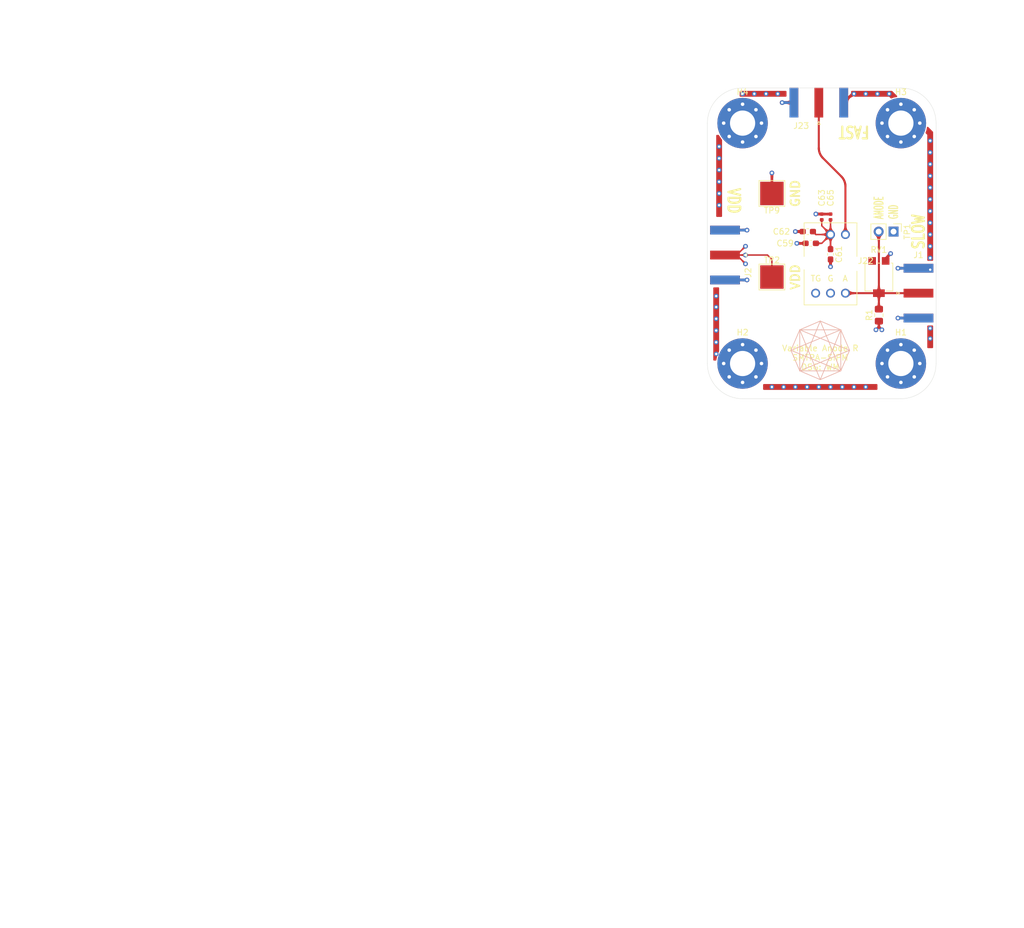
<source format=kicad_pcb>
(kicad_pcb (version 20211014) (generator pcbnew)
  (layers (0 "F.Cu" signal) (1 "In1.Cu" signal) (2 "In2.Cu" signal) (31 "B.Cu" signal) (34 "B.Paste" user) (35 "F.Paste" user) (36 "B.SilkS" user "B.Silkscreen") (37 "F.SilkS" user "F.Silkscreen") (38 "B.Mask" user) (39 "F.Mask" user) (44 "Edge.Cuts" user))
  (net 0 "")
  (net 1 "GND")
  (net 2 "/VDC_30")
  (net 3 "/Fast_30")
  (net 4 "Net-(J1-Pad1)")
  (net 5 "Net-(RV1-Pad3)")
  (footprint "MountingHole:MountingHole_4.3mm_M4_Pad_Via" (layer "F.Cu") (at 194 56)
    (fp_text reference "H3")
    (fp_text value "MountingHole")
  )
  (footprint "MountingHole:MountingHole_4.3mm_M4_Pad_Via" (layer "F.Cu") (at 167 56)
    (fp_text reference "H4")
    (fp_text value "MountingHole")
  )
  (footprint "Connector_Coaxial:SMA_Amphenol_132289_EdgeMount" (layer "F.Cu") (at 180 52.5 90)
    (fp_text reference "J23")
    (fp_text value "Conn_Coaxial")
  )
  (footprint "Connector_Coaxial:SMA_Amphenol_132289_EdgeMount" (layer "F.Cu") (at 197 85)
    (fp_text reference "J1")
    (fp_text value "Conn_Coaxial")
  )
  (footprint "Connector_Coaxial:SMA_Amphenol_132289_EdgeMount" (layer "F.Cu") (at 164 78.5 180)
    (fp_text reference "J2")
    (fp_text value "Conn_Coaxial")
  )
  (footprint "Potentiometer_SMD:Potentiometer_Bourns_3314G_Vertical" (layer "F.Cu") (at 190.25 82.25)
    (fp_text reference "RV1")
    (fp_text value "3314G-2-101E")
  )
  (footprint "Capacitor_SMD:C_0603_1608Metric_Pad1.05x0.95mm_HandSolder" (layer "F.Cu") (at 178.625 76.5 180)
    (fp_text reference "C59")
    (fp_text value "100n")
  )
  (footprint "Capacitor_SMD:C_0603_1608Metric_Pad1.05x0.95mm_HandSolder" (layer "F.Cu") (at 182 78.375 -90)
    (fp_text reference "C61")
    (fp_text value "10n")
  )
  (footprint "Capacitor_SMD:C_0603_1608Metric_Pad1.05x0.95mm_HandSolder" (layer "F.Cu") (at 178.125 74.5 180)
    (fp_text reference "C62")
    (fp_text value "1n")
  )
  (footprint "Capacitor_SMD:C_0402_1005Metric" (layer "F.Cu") (at 180.5 72 90)
    (fp_text reference "C63")
    (fp_text value "100p")
  )
  (footprint "Capacitor_SMD:C_0402_1005Metric" (layer "F.Cu") (at 182 72 90)
    (fp_text reference "C65")
    (fp_text value "10p")
  )
  (footprint "footprints:SMTPA J30035" (layer "F.Cu") (at 182 80)
    (fp_text reference "J22")
    (fp_text value "J SMTPA" hide)
  )
  (footprint "TestPoint:TestPoint_Pad_4.0x4.0mm" (layer "F.Cu") (at 172 68 180)
    (fp_text reference "TP9")
    (fp_text value "TestPoint")
  )
  (footprint "Connector_PinHeader_2.54mm:PinHeader_1x02_P2.54mm_Vertical" (layer "F.Cu") (at 192.75 74.5 -90)
    (fp_text reference "TP1")
    (fp_text value "TestPoint_2Pole")
  )
  (footprint "Resistor_SMD:R_0805_2012Metric_Pad1.15x1.40mm_HandSolder" (layer "F.Cu") (at 190.25 88.75 90)
    (fp_text reference "R1")
    (fp_text value "R")
  )
  (footprint "TestPoint:TestPoint_Pad_4.0x4.0mm" (layer "F.Cu") (at 172 82.25)
    (fp_text reference "TP2")
    (fp_text value "TestPoint")
  )
  (footprint "MountingHole:MountingHole_4.3mm_M4_Pad_Via" (layer "F.Cu") (at 194 97)
    (fp_text reference "H1")
    (fp_text value "MountingHole")
  )
  (footprint "MountingHole:MountingHole_4.3mm_M4_Pad_Via" (layer "F.Cu") (at 167 97)
    (fp_text reference "H2")
    (fp_text value "MountingHole")
  )
  (gr_line (start 183.75 91.25) (end 176.75 91.25) (layer "B.SilkS") (width 0.12))
  (gr_line (start 176.75 98.25) (end 176.75 91.25) (layer "B.SilkS") (width 0.12))
  (gr_line (start 176.75 98.25) (end 183.75 98.25) (layer "B.SilkS") (width 0.12))
  (gr_line (start 180.25 99.75) (end 176.75 98.25) (layer "B.SilkS") (width 0.12))
  (gr_line (start 175.25 94.75) (end 176.75 98.25) (layer "B.SilkS") (width 0.12))
  (gr_line (start 176.75 91.25) (end 175.25 94.75) (layer "B.SilkS") (width 0.12))
  (gr_line (start 176.75 91.25) (end 180.25 89.75) (layer "B.SilkS") (width 0.12))
  (gr_line (start 180.25 89.75) (end 183.75 91.25) (layer "B.SilkS") (width 0.12))
  (gr_line (start 183.75 91.25) (end 185.25 94.75) (layer "B.SilkS") (width 0.12))
  (gr_line (start 185.25 94.75) (end 183.75 98.25) (layer "B.SilkS") (width 0.12))
  (gr_line (start 183.75 98.25) (end 180.25 99.75) (layer "B.SilkS") (width 0.12))
  (gr_line (start 180.25 99.75) (end 183.75 91.25) (layer "B.SilkS") (width 0.12))
  (gr_line (start 180.25 99.75) (end 176.75 91.25) (layer "B.SilkS") (width 0.12))
  (gr_line (start 176.75 98.25) (end 180.25 89.75) (layer "B.SilkS") (width 0.12))
  (gr_line (start 180.25 89.75) (end 183.75 98.25) (layer "B.SilkS") (width 0.12))
  (gr_line (start 185.25 94.75) (end 176.75 91.25) (layer "B.SilkS") (width 0.12))
  (gr_line (start 176.75 98.25) (end 185.25 94.75) (layer "B.SilkS") (width 0.12))
  (gr_line (start 175.25 94.75) (end 183.75 98.25) (layer "B.SilkS") (width 0.12))
  (gr_line (start 175.25 94.75) (end 183.75 91.25) (layer "B.SilkS") (width 0.12))
  (gr_line (start 183.75 98.25) (end 183.75 91.25) (layer "B.SilkS") (width 0.12))
  (gr_line (start 200 97) (end 200 56) (layer "Edge.Cuts") (width 0.05))
  (gr_line (start 161 97) (end 161 56) (layer "Edge.Cuts") (width 0.05))
  (gr_arc (start 200 97) (mid 198.242641 101.242641) (end 194 103) (layer "Edge.Cuts") (width 0.05))
  (gr_arc (start 167 103) (mid 162.757359 101.242641) (end 161 97) (layer "Edge.Cuts") (width 0.05))
  (gr_line (start 194 50) (end 167 50) (layer "Edge.Cuts") (width 0.05))
  (gr_arc (start 161 56) (mid 162.757359 51.757359) (end 167 50) (layer "Edge.Cuts") (width 0.05))
  (gr_line (start 167 103) (end 194 103) (layer "Edge.Cuts") (width 0.05))
  (gr_arc (start 194 50) (mid 198.242641 51.757359) (end 200 56) (layer "Edge.Cuts") (width 0.05))
  (gr_text "VDD" (at 165.5 69.25 270) (layer "F.SilkS") (effects (font (size 2 1.5) (thickness 0.375))))
  (gr_text "VDD" (at 176 82.25 90) (layer "F.SilkS") (effects (font (size 1.5 1.5) (thickness 0.3))))
  (gr_text "GND" (at 192.75 72.5 90) (layer "F.SilkS") (effects (font (size 1.5 0.8) (thickness 0.2)) (justify left)))
  (gr_text "ANODE" (at 190.25 72.5 90) (layer "F.SilkS") (effects (font (size 1.5 0.8) (thickness 0.2)) (justify left)))
  (gr_text "GND" (at 176 68 90) (layer "F.SilkS") (effects (font (size 1.5 1.5) (thickness 0.3))))
  (gr_text "SLOW" (at 197 74.5 90) (layer "F.SilkS") (effects (font (size 2 1.5) (thickness 0.375))))
  (gr_text "Variable Anode R\nSMTPA-SiPM\nDSG: WM" (at 180.25 96) (layer "F.SilkS") (effects (font (size 1 1))))
  (gr_text "FAST" (at 186 57.5 180) (layer "F.SilkS") (effects (font (size 2 1.5) (thickness 0.375))))
  (segment (start 177.75 76.5) (end 176.25 76.5) (width 0.45) (layer "F.Cu") (net 1))
  (segment (start 172 68) (end 172 64.5) (width 0.45) (layer "F.Cu") (net 1))
  (segment (start 190.25 90.75) (end 190.75 91.25) (width 0.45) (layer "F.Cu") (net 1))
  (segment (start 197 80.75) (end 193.5 80.75) (width 0.45) (layer "F.Cu") (net 1))
  (segment (start 164 82.75) (end 167.75 82.75) (width 0.45) (layer "F.Cu") (net 1))
  (segment (start 190.25 90.75) (end 189.75 91.25) (width 0.45) (layer "F.Cu") (net 1))
  (segment (start 182 79.25) (end 182 80.5) (width 0.45) (layer "F.Cu") (net 1))
  (segment (start 193.5 89.25) (end 197 89.25) (width 0.45) (layer "F.Cu") (net 1))
  (segment (start 186 51) (end 185.75 51) (width 0.45) (layer "F.Cu") (net 1))
  (segment (start 179.515 71.515) (end 179.5 71.5) (width 0.45) (layer "F.Cu") (net 1))
  (segment (start 191.4 79.1) (end 192.25 78.25) (width 0.45) (layer "F.Cu") (net 1))
  (segment (start 182 71.515) (end 180.5 71.515) (width 0.45) (layer "F.Cu") (net 1))
  (segment (start 167.75 74.25) (end 164 74.25) (width 0.45) (layer "F.Cu") (net 1))
  (segment (start 175.75 52.5) (end 173.75 52.5) (width 0.45) (layer "F.Cu") (net 1))
  (segment (start 177.25 74.5) (end 176 74.5) (width 0.45) (layer "F.Cu") (net 1))
  (segment (start 185.75 51) (end 184.25 52.5) (width 0.45) (layer "F.Cu") (net 1))
  (segment (start 190.25 89.775) (end 190.25 90.75) (width 0.45) (layer "F.Cu") (net 1))
  (segment (start 180.5 71.515) (end 179.515 71.515) (width 0.45) (layer "F.Cu") (net 1))
  (segment (start 191.4 79.5) (end 191.4 79.1) (width 0.45) (layer "F.Cu") (net 1))
  (via (at 162.5 91.37) (size 0.8) (drill 0.4) (layers "F.Cu" "B.Cu") (net 1))
  (via (at 162.5 95.37) (size 0.8) (drill 0.4) (layers "F.Cu" "B.Cu") (net 1))
  (via (at 162.5 93.37) (size 0.8) (drill 0.4) (layers "F.Cu" "B.Cu") (net 1))
  (via (at 162.5 85.5) (size 0.8) (drill 0.4) (layers "F.Cu" "B.Cu") (net 1))
  (via (at 162.5 89.37) (size 0.8) (drill 0.4) (layers "F.Cu" "B.Cu") (net 1))
  (via (at 162.5 87.37) (size 0.8) (drill 0.4) (layers "F.Cu" "B.Cu") (net 1))
  (via (at 199 75) (size 0.8) (drill 0.4) (layers "F.Cu" "B.Cu") (net 1))
  (via (at 199 77) (size 0.8) (drill 0.4) (layers "F.Cu" "B.Cu") (net 1))
  (via (at 199 79) (size 0.8) (drill 0.4) (layers "F.Cu" "B.Cu") (net 1))
  (via (at 199 73) (size 0.8) (drill 0.4) (layers "F.Cu" "B.Cu") (net 1))
  (via (at 199 61) (size 0.8) (drill 0.4) (layers "F.Cu" "B.Cu") (net 1))
  (via (at 199 59) (size 0.8) (drill 0.4) (layers "F.Cu" "B.Cu") (net 1))
  (via (at 190 51) (size 0.8) (drill 0.4) (layers "F.Cu" "B.Cu") (net 1))
  (via (at 171 51) (size 0.8) (drill 0.4) (layers "F.Cu" "B.Cu") (net 1))
  (via (at 173 51) (size 0.8) (drill 0.4) (layers "F.Cu" "B.Cu") (net 1))
  (via (at 167 51) (size 0.8) (drill 0.4) (layers "F.Cu" "B.Cu") (net 1))
  (via (at 169 51) (size 0.8) (drill 0.4) (layers "F.Cu" "B.Cu") (net 1))
  (via (at 163 60) (size 0.8) (drill 0.4) (layers "F.Cu" "B.Cu") (net 1))
  (via (at 163 62) (size 0.8) (drill 0.4) (layers "F.Cu" "B.Cu") (net 1))
  (via (at 163 64) (size 0.8) (drill 0.4) (layers "F.Cu" "B.Cu") (net 1))
  (via (at 163 66) (size 0.8) (drill 0.4) (layers "F.Cu" "B.Cu") (net 1))
  (via (at 163 70) (size 0.8) (drill 0.4) (layers "F.Cu" "B.Cu") (net 1))
  (via (at 163 68) (size 0.8) (drill 0.4) (layers "F.Cu" "B.Cu") (net 1))
  (via (at 192 51) (size 0.8) (drill 0.4) (layers "F.Cu" "B.Cu") (net 1))
  (via (at 180 101) (size 0.8) (drill 0.4) (layers "F.Cu" "B.Cu") (net 1))
  (via (at 176 101) (size 0.8) (drill 0.4) (layers "F.Cu" "B.Cu") (net 1))
  (via (at 174 101) (size 0.8) (drill 0.4) (layers "F.Cu" "B.Cu") (net 1))
  (via (at 178 101) (size 0.8) (drill 0.4) (layers "F.Cu" "B.Cu") (net 1))
  (via (at 172 101) (size 0.8) (drill 0.4) (layers "F.Cu" "B.Cu") (net 1))
  (via (at 184 101) (size 0.8) (drill 0.4) (layers "F.Cu" "B.Cu") (net 1))
  (via (at 182 101) (size 0.8) (drill 0.4) (layers "F.Cu" "B.Cu") (net 1))
  (via (at 186 101) (size 0.8) (drill 0.4) (layers "F.Cu" "B.Cu") (net 1))
  (via (at 188 101) (size 0.8) (drill 0.4) (layers "F.Cu" "B.Cu") (net 1))
  (via (at 193.5 89.25) (size 0.8) (drill 0.4) (layers "F.Cu" "B.Cu") (net 1))
  (via (at 176.25 76.5) (size 0.8) (drill 0.4) (layers "F.Cu" "B.Cu") (net 1))
  (via (at 173.75 52.5) (size 0.8) (drill 0.4) (layers "F.Cu" "B.Cu") (net 1))
  (via (at 190.75 91.25) (size 0.8) (drill 0.4) (layers "F.Cu" "B.Cu") (net 1))
  (via (at 199 69) (size 0.8) (drill 0.4) (layers "F.Cu" "B.Cu") (net 1))
  (via (at 199 63) (size 0.8) (drill 0.4) (layers "F.Cu" "B.Cu") (net 1))
  (via (at 192.25 78.25) (size 0.8) (drill 0.4) (layers "F.Cu" "B.Cu") (net 1))
  (via (at 199 81) (size 0.8) (drill 0.4) (layers "F.Cu" "B.Cu") (net 1))
  (via (at 199 92.75) (size 0.8) (drill 0.4) (layers "F.Cu" "B.Cu") (net 1))
  (via (at 199 65) (size 0.8) (drill 0.4) (layers "F.Cu" "B.Cu") (net 1))
  (via (at 179.5 71.5) (size 0.8) (drill 0.4) (layers "F.Cu" "B.Cu") (net 1))
  (via (at 189.75 91.25) (size 0.8) (drill 0.4) (layers "F.Cu" "B.Cu") (net 1))
  (via (at 167.75 82.75) (size 0.8) (drill 0.4) (layers "F.Cu" "B.Cu") (net 1))
  (via (at 199 71) (size 0.8) (drill 0.4) (layers "F.Cu" "B.Cu") (net 1))
  (via (at 176 74.5) (size 0.8) (drill 0.4) (layers "F.Cu" "B.Cu") (net 1))
  (via (at 193.5 80.75) (size 0.8) (drill 0.4) (layers "F.Cu" "B.Cu") (net 1))
  (via (at 199 67) (size 0.8) (drill 0.4) (layers "F.Cu" "B.Cu") (net 1))
  (via (at 186 51) (size 0.8) (drill 0.4) (layers "F.Cu" "B.Cu") (net 1))
  (via (at 188 51) (size 0.8) (drill 0.4) (layers "F.Cu" "B.Cu") (net 1))
  (via (at 182 80.5) (size 0.8) (drill 0.4) (layers "F.Cu" "B.Cu") (net 1))
  (via (at 172 64.5) (size 0.8) (drill 0.4) (layers "F.Cu" "B.Cu") (net 1))
  (via (at 167.75 74.25) (size 0.8) (drill 0.4) (layers "F.Cu" "B.Cu") (net 1))
  (via (at 199 91) (size 0.8) (drill 0.4) (layers "F.Cu" "B.Cu") (net 1))
  (segment (start 164 74.25) (end 167.75 74.25) (width 0.45) (layer "B.Cu") (net 1))
  (segment (start 167.75 82.75) (end 164 82.75) (width 0.45) (layer "B.Cu") (net 1))
  (segment (start 173.75 52.5) (end 175.07499 52.5) (width 0.45) (layer "B.Cu") (net 1))
  (segment (start 197 89.25) (end 193.5 89.25) (width 0.45) (layer "B.Cu") (net 1))
  (segment (start 193.5 80.75) (end 197 80.75) (width 0.45) (layer "B.Cu") (net 1))
  (segment (start 182 72.485) (end 182 75) (width 0.25) (layer "F.Cu") (net 2))
  (segment (start 164 78.5) (end 167.5 78.5) (width 0.25) (layer "F.Cu") (net 2))
  (segment (start 180.5 73.5) (end 180.5 72.485) (width 0.25) (layer "F.Cu") (net 2))
  (segment (start 171.25 78.5) (end 167.5 78.5) (width 0.25) (layer "F.Cu") (net 2))
  (segment (start 182 75) (end 180.5 76.5) (width 0.25) (layer "F.Cu") (net 2))
  (segment (start 182 75) (end 180.5 73.5) (width 0.25) (layer "F.Cu") (net 2))
  (segment (start 179.5 75) (end 179 74.5) (width 0.25) (layer "F.Cu") (net 2))
  (segment (start 166 78.5) (end 167.5 80) (width 0.25) (layer "F.Cu") (net 2))
  (segment (start 180.5 76.5) (end 179.5 76.5) (width 0.25) (layer "F.Cu") (net 2))
  (segment (start 182 75) (end 179.5 75) (width 0.25) (layer "F.Cu") (net 2))
  (segment (start 182 77.5) (end 182 75) (width 0.25) (layer "F.Cu") (net 2))
  (segment (start 166 78.5) (end 167.5 77) (width 0.25) (layer "F.Cu") (net 2))
  (segment (start 172 82.25) (end 172 79.25) (width 0.25) (layer "F.Cu") (net 2))
  (segment (start 164 78.5) (end 166 78.5) (width 0.25) (layer "F.Cu") (net 2))
  (segment (start 172 79.25) (end 171.25 78.5) (width 0.25) (layer "F.Cu") (net 2))
  (via (at 167.5 80) (size 0.8) (drill 0.4) (layers "F.Cu" "B.Cu") (net 2))
  (via (at 167.5 78.5) (size 0.8) (drill 0.4) (layers "F.Cu" "B.Cu") (net 2))
  (via (at 167.5 77) (size 0.8) (drill 0.4) (layers "F.Cu" "B.Cu") (net 2))
  (segment (start 184.398874 65.976675) (end 184.436044 66.08919) (width 0.35) (layer "F.Cu") (net 3))
  (segment (start 180.002908 60.368459) (end 180.011625 60.486634) (width 0.35) (layer "F.Cu") (net 3))
  (segment (start 184.493611 66.31901) (end 184.513869 66.435761) (width 0.35) (layer "F.Cu") (net 3))
  (segment (start 180.18377 61.173878) (end 180.23179 61.282208) (width 0.35) (layer "F.Cu") (net 3))
  (segment (start 180.285067 61.388051) (end 180.343473 61.491153) (width 0.35) (layer "F.Cu") (net 3))
  (segment (start 180.011625 60.486634) (end 180.02613 60.604238) (width 0.35) (layer "F.Cu") (net 3))
  (segment (start 180.02613 60.604238) (end 180.046388 60.720989) (width 0.35) (layer "F.Cu") (net 3))
  (segment (start 180.103955 60.950808) (end 180.141125 61.063323) (width 0.35) (layer "F.Cu") (net 3))
  (segment (start 183.9146 65.168713) (end 183.991998 65.258438) (width 0.35) (layer "F.Cu") (net 3))
  (segment (start 180.343473 61.491153) (end 180.406868 61.591264) (width 0.35) (layer "F.Cu") (net 3))
  (segment (start 180.475098 61.688144) (end 180.548 61.781559) (width 0.35) (layer "F.Cu") (net 3))
  (segment (start 180.23179 61.282208) (end 180.285067 61.388051) (width 0.35) (layer "F.Cu") (net 3))
  (segment (start 184.537091 66.67154) (end 184.54 66.79) (width 0.35) (layer "F.Cu") (net 3))
  (segment (start 184.196526 65.548846) (end 184.254932 65.651947) (width 0.35) (layer "F.Cu") (net 3))
  (segment (start 183.832893 65.082893) (end 183.9146 65.168713) (width 0.35) (layer "F.Cu") (net 3))
  (segment (start 180.07235 60.836605) (end 180.103955 60.950808) (width 0.35) (layer "F.Cu") (net 3))
  (segment (start 184.513869 66.435761) (end 184.528374 66.553365) (width 0.35) (layer "F.Cu") (net 3))
  (segment (start 180.625398 61.871285) (end 180.707106 61.957106) (width 0.35) (layer "F.Cu") (net 3))
  (segment (start 184.254932 65.651947) (end 184.308209 65.75779) (width 0.35) (layer "F.Cu") (net 3))
  (segment (start 184.528374 66.553365) (end 184.537091 66.67154) (width 0.35) (layer "F.Cu") (net 3))
  (segment (start 184.54 66.79) (end 184.54 75) (width 0.35) (layer "F.Cu") (net 3))
  (segment (start 180.707106 61.957106) (end 183.832893 65.082893) (width 0.35) (layer "F.Cu") (net 3))
  (segment (start 183.991998 65.258438) (end 184.0649 65.351854) (width 0.35) (layer "F.Cu") (net 3))
  (segment (start 180.406868 61.591264) (end 180.475098 61.688144) (width 0.35) (layer "F.Cu") (net 3))
  (segment (start 184.436044 66.08919) (end 184.467648 66.203393) (width 0.35) (layer "F.Cu") (net 3))
  (segment (start 180 60.25) (end 180 52.5) (width 0.35) (layer "F.Cu") (net 3))
  (segment (start 184.356228 65.86612) (end 184.398874 65.976675) (width 0.35) (layer "F.Cu") (net 3))
  (segment (start 180.548 61.781559) (end 180.625398 61.871285) (width 0.35) (layer "F.Cu") (net 3))
  (segment (start 180 60.25) (end 180.002908 60.368459) (width 0.35) (layer "F.Cu") (net 3))
  (segment (start 184.467648 66.203393) (end 184.493611 66.31901) (width 0.35) (layer "F.Cu") (net 3))
  (segment (start 184.308209 65.75779) (end 184.356228 65.86612) (width 0.35) (layer "F.Cu") (net 3))
  (segment (start 180.141125 61.063323) (end 180.18377 61.173878) (width 0.35) (layer "F.Cu") (net 3))
  (segment (start 184.133131 65.448734) (end 184.196526 65.548846) (width 0.35) (layer "F.Cu") (net 3))
  (segment (start 184.0649 65.351854) (end 184.133131 65.448734) (width 0.35) (layer "F.Cu") (net 3))
  (segment (start 180.046388 60.720989) (end 180.07235 60.836605) (width 0.35) (layer "F.Cu") (net 3))
  (segment (start 197 85) (end 184.54 85) (width 0.35) (layer "F.Cu") (net 4))
  (segment (start 190.25 85) (end 190.25 87.725) (width 0.35) (layer "F.Cu") (net 4))
  (segment (start 190.25 85) (end 190.25 74.54) (width 0.35) (layer "F.Cu") (net 4))
  (segment (start 190.25 74.54) (end 190.21 74.5) (width 0.35) (layer "F.Cu") (net 4))
  (zone (net 1) (net_name "GND") (layer "F.Cu") (connect_pads (clearance 0)) (min_thickness 0.254) (fill yes (thermal_gap 0.508) (thermal_bridge_width 0.508))
    (polygon (pts (xy 163 96.5) (xy 162 96.5) (xy 162 83.87) (xy 163 83.87)))
  )
  (zone (net 1) (net_name "GND") (layer "F.Cu") (connect_pads (clearance 0)) (min_thickness 0.254) (fill yes (thermal_gap 0.508) (thermal_bridge_width 0.508))
    (polygon (pts (xy 199.5 94.38) (xy 198.5 94.38) (xy 198.5 90) (xy 199.5 90)))
  )
  (zone (net 1) (net_name "GND") (layer "F.Cu") (connect_pads (clearance 0)) (min_thickness 0.254) (fill yes (thermal_gap 0.508) (thermal_bridge_width 0.508))
    (polygon (pts (xy 199.5 57.5) (xy 199.502312 80) (xy 198.497688 80) (xy 198.5 58) (xy 197.5 57) (xy 198 56)))
  )
  (zone (net 1) (net_name "GND") (layer "F.Cu") (connect_pads (clearance 0)) (min_thickness 0.254) (fill yes (thermal_gap 0.508) (thermal_bridge_width 0.508))
    (polygon (pts (xy 194 52) (xy 193 52.5) (xy 192 51.5) (xy 185 51.5) (xy 185 50.5) (xy 192.5 50.5)))
  )
  (zone (net 1) (net_name "GND") (layer "F.Cu") (connect_pads (clearance 0)) (min_thickness 0.254) (fill yes (thermal_gap 0.508) (thermal_bridge_width 0.508))
    (polygon (pts (xy 175.5 51.5) (xy 166.5 51.5) (xy 166.5 50.5) (xy 175.5 50.5)))
  )
  (zone (net 1) (net_name "GND") (layer "F.Cu") (connect_pads (clearance 0)) (min_thickness 0.254) (fill yes (thermal_gap 0.508) (thermal_bridge_width 0.508))
    (polygon (pts (xy 163.5 58) (xy 163.5 72) (xy 162.5 72) (xy 162.5 58)))
  )
  (zone (net 1) (net_name "GND") (layer "F.Cu") (connect_pads (clearance 0)) (min_thickness 0.254) (fill yes (thermal_gap 0.508) (thermal_bridge_width 0.508))
    (polygon (pts (xy 190 100.5) (xy 190 101.5) (xy 170.5 101.5) (xy 170.5 100.5)))
  )
  (zone (net 1) (net_name "GND") (layer "F.Cu") (priority 16962) (connect_pads yes (clearance 0.2)) (min_thickness 0.0254) (fill yes (thermal_gap 0.508) (thermal_bridge_width 0.508))
    (polygon (pts (xy 182.225 80.2) (xy 182.226074 80.102918) (xy 182.229299 80.013836) (xy 182.234674 79.932756) (xy 182.242199 79.859676) (xy 182.251874 79.794598) (xy 182.263699 79.73752) (xy 182.277674 79.688443) (xy 182.293799 79.647367) (xy 182.312074 79.614291) (xy 182.3325 79.589217) (xy 182 79.0125) (xy 181.6675 79.589217) (xy 181.687925 79.614291) (xy 181.7062 79.647367) (xy 181.722325 79.688443) (xy 181.7363 79.73752) (xy 181.748125 79.794598) (xy 181.7578 79.859676) (xy 181.765325 79.932756) (xy 181.7707 80.013836) (xy 181.773925 80.102918) (xy 181.775 80.2)))
  )
  (zone (net 1) (net_name "GND") (layer "F.Cu") (priority 16962) (connect_pads yes (clearance 0.2)) (min_thickness 0.0254) (fill yes (thermal_gap 0.508) (thermal_bridge_width 0.508))
    (polygon (pts (xy 174.55 52.275001) (xy 174.461978 52.27445) (xy 174.382087 52.2728) (xy 174.310327 52.27005) (xy 174.246697 52.2662) (xy 174.191197 52.26125) (xy 174.143828 52.2552) (xy 174.10459 52.24805) (xy 174.073481 52.2398) (xy 174.050504 52.23045) (xy 174.035657 52.22) (xy 173.55 52.5) (xy 174.035657 52.78) (xy 174.050504 52.769549) (xy 174.073481 52.760199) (xy 174.10459 52.751949) (xy 174.143828 52.744799) (xy 174.191197 52.738749) (xy 174.246697 52.733799) (xy 174.310327 52.729949) (xy 174.382087 52.727199) (xy 174.461978 52.725549) (xy 174.55 52.724999)))
  )
  (zone (net 1) (net_name "GND") (layer "F.Cu") (priority 16962) (connect_pads yes (clearance 0.2)) (min_thickness 0.0254) (fill yes (thermal_gap 0.508) (thermal_bridge_width 0.508))
    (polygon (pts (xy 176.8 76.725) (xy 176.897081 76.726074) (xy 176.986163 76.729299) (xy 177.067243 76.734674) (xy 177.140323 76.742199) (xy 177.205401 76.751874) (xy 177.262479 76.763699) (xy 177.311556 76.777674) (xy 177.352632 76.793799) (xy 177.385708 76.812074) (xy 177.410783 76.8325) (xy 177.9875 76.5) (xy 177.410783 76.1675) (xy 177.385708 76.187925) (xy 177.352632 76.2062) (xy 177.311556 76.222325) (xy 177.262479 76.2363) (xy 177.205401 76.248125) (xy 177.140323 76.2578) (xy 177.067243 76.265325) (xy 176.986163 76.2707) (xy 176.897081 76.273925) (xy 176.8 76.275)))
  )
  (zone (net 4) (net_name "Net-(J1-Pad1)") (layer "F.Cu") (priority 16962) (connect_pads yes (clearance 0.2)) (min_thickness 0.0254) (fill yes (thermal_gap 0.508) (thermal_bridge_width 0.508))
    (polygon (pts (xy 190.425 76.24) (xy 190.421599 76.098836) (xy 190.427399 75.963865) (xy 190.442399 75.835087) (xy 190.466599 75.7125) (xy 190.499999 75.596106) (xy 190.542599 75.485905) (xy 190.594399 75.381895) (xy 190.655399 75.284078) (xy 190.725599 75.192453) (xy 190.805 75.107021) (xy 190.21 74.075) (xy 189.615 75.107021) (xy 189.6952 75.192453) (xy 189.7678 75.284078) (xy 189.8328 75.381895) (xy 189.8902 75.485905) (xy 189.94 75.596106) (xy 189.9822 75.7125) (xy 190.0168 75.835087) (xy 190.0438 75.963865) (xy 190.0632 76.098836) (xy 190.075 76.24)))
  )
  (zone (net 1) (net_name "GND") (layer "F.Cu") (priority 16962) (connect_pads yes (clearance 0.2)) (min_thickness 0.0254) (fill yes (thermal_gap 0.508) (thermal_bridge_width 0.508))
    (polygon (pts (xy 174.25 52.725) (xy 174.380304 52.728) (xy 174.503082 52.737) (xy 174.618336 52.752) (xy 174.726063 52.773) (xy 174.826265 52.8) (xy 174.918942 52.833) (xy 175.004093 52.872) (xy 175.081718 52.917) (xy 175.151818 52.968) (xy 175.214393 53.025) (xy 176.125 52.5) (xy 175.214393 51.975) (xy 175.151818 52.032) (xy 175.081718 52.083) (xy 175.004093 52.128) (xy 174.918942 52.167) (xy 174.826265 52.2) (xy 174.726063 52.227) (xy 174.618336 52.248) (xy 174.503082 52.263) (xy 174.380304 52.272) (xy 174.25 52.275)))
  )
  (zone (net 1) (net_name "GND") (layer "F.Cu") (priority 16962) (connect_pads yes (clearance 0.2)) (min_thickness 0.0254) (fill yes (thermal_gap 0.508) (thermal_bridge_width 0.508))
    (polygon (pts (xy 185.343414 51.724784) (xy 185.453543 51.662932) (xy 185.553701 51.607607) (xy 185.643888 51.55881) (xy 185.724103 51.516539) (xy 185.794348 51.480795) (xy 185.85462 51.451578) (xy 185.904922 51.428888) (xy 185.945253 51.412724) (xy 185.975612 51.403088) (xy 185.996 51.399979) (xy 186.141421 50.858579) (xy 185.600021 51.004) (xy 185.594411 51.021887) (xy 185.577275 51.044746) (xy 185.548611 51.072577) (xy 185.508421 51.105379) (xy 185.456704 51.143152) (xy 185.39346 51.185896) (xy 185.318689 51.233611) (xy 185.232392 51.286298) (xy 185.134567 51.343956) (xy 185.025216 51.406586)))
  )
  (zone (net 1) (net_name "GND") (layer "F.Cu") (priority 16962) (connect_pads yes (clearance 0.2)) (min_thickness 0.0254) (fill yes (thermal_gap 0.508) (thermal_bridge_width 0.508))
    (polygon (pts (xy 194.3 89.025001) (xy 194.211978 89.02445) (xy 194.132087 89.0228) (xy 194.060327 89.02005) (xy 193.996697 89.0162) (xy 193.941197 89.01125) (xy 193.893828 89.0052) (xy 193.85459 88.99805) (xy 193.823481 88.9898) (xy 193.800504 88.98045) (xy 193.785657 88.97) (xy 193.3 89.25) (xy 193.785657 89.53) (xy 193.800504 89.519549) (xy 193.823481 89.510199) (xy 193.85459 89.501949) (xy 193.893828 89.494799) (xy 193.941197 89.488749) (xy 193.996697 89.483799) (xy 194.060327 89.479949) (xy 194.132087 89.477199) (xy 194.211978 89.475549) (xy 194.3 89.474999)))
  )
  (zone (net 1) (net_name "GND") (layer "F.Cu") (priority 16962) (connect_pads yes (clearance 0.2)) (min_thickness 0.0254) (fill yes (thermal_gap 0.508) (thermal_bridge_width 0.508))
    (polygon (pts (xy 176.3 74.725) (xy 176.397081 74.726074) (xy 176.486163 74.729299) (xy 176.567243 74.734674) (xy 176.640323 74.742199) (xy 176.705401 74.751874) (xy 176.762479 74.763699) (xy 176.811556 74.777674) (xy 176.852632 74.793799) (xy 176.885708 74.812074) (xy 176.910783 74.8325) (xy 177.4875 74.5) (xy 176.910783 74.1675) (xy 176.885708 74.187925) (xy 176.852632 74.2062) (xy 176.811556 74.222325) (xy 176.762479 74.2363) (xy 176.705401 74.248125) (xy 176.640323 74.2578) (xy 176.567243 74.265325) (xy 176.486163 74.2707) (xy 176.397081 74.273925) (xy 176.3 74.275)))
  )
  (zone (net 2) (net_name "/VDC_30") (layer "F.Cu") (priority 16962) (connect_pads yes (clearance 0.2)) (min_thickness 0.0254) (fill yes (thermal_gap 0.508) (thermal_bridge_width 0.508))
    (polygon (pts (xy 181.875 73.462155) (xy 181.870916 73.578895) (xy 181.858664 73.691776) (xy 181.838244 73.800795) (xy 181.809656 73.905953) (xy 181.7729 74.00725) (xy 181.727976 74.104687) (xy 181.674884 74.198262) (xy 181.613624 74.287977) (xy 181.544196 74.373831) (xy 181.4666 74.455824) (xy 182 75.381) (xy 182.5334 74.455824) (xy 182.455803 74.373831) (xy 182.386375 74.287977) (xy 182.325115 74.198262) (xy 182.272023 74.104687) (xy 182.227099 74.00725) (xy 182.190343 73.905953) (xy 182.161755 73.800795) (xy 182.141335 73.691776) (xy 182.129083 73.578895) (xy 182.125 73.462155)))
  )
  (zone (net 2) (net_name "/VDC_30") (layer "F.Cu") (priority 16962) (connect_pads yes (clearance 0.2)) (min_thickness 0.0254) (fill yes (thermal_gap 0.508) (thermal_bridge_width 0.508))
    (polygon (pts (xy 166.7 78.625) (xy 166.770377 78.626549) (xy 166.836545 78.631199) (xy 166.898504 78.638949) (xy 166.956253 78.649799) (xy 167.009792 78.663749) (xy 167.059121 78.680799) (xy 167.104241 78.700949) (xy 167.145151 78.724199) (xy 167.181852 78.750549) (xy 167.214343 78.78) (xy 167.7 78.5) (xy 167.214343 78.22) (xy 167.181852 78.24945) (xy 167.145151 78.2758) (xy 167.104241 78.29905) (xy 167.059121 78.3192) (xy 167.009792 78.33625) (xy 166.956253 78.3502) (xy 166.898504 78.36105) (xy 166.836545 78.3688) (xy 166.770377 78.37345) (xy 166.7 78.375)))
  )
  (zone (net 1) (net_name "GND") (layer "F.Cu") (priority 16962) (connect_pads yes (clearance 0.2)) (min_thickness 0.0254) (fill yes (thermal_gap 0.508) (thermal_bridge_width 0.508))
    (polygon (pts (xy 181.09 71.29) (xy 181.021191 71.296845) (xy 180.959244 71.30258) (xy 180.904158 71.307205) (xy 180.855933 71.31072) (xy 180.81457 71.313125) (xy 180.780068 71.31442) (xy 180.752427 71.314605) (xy 180.731647 71.31368) (xy 180.717729 71.311645) (xy 180.710672 71.3085) (xy 180.3525 71.515) (xy 180.710672 71.7215) (xy 180.717729 71.718355) (xy 180.731647 71.71632) (xy 180.752427 71.715395) (xy 180.780068 71.71558) (xy 180.81457 71.716875) (xy 180.855933 71.71928) (xy 180.904158 71.722795) (xy 180.959244 71.72742) (xy 181.021191 71.733155) (xy 181.09 71.74)))
  )
  (zone (net 1) (net_name "GND") (layer "F.Cu") (priority 16962) (connect_pads yes (clearance 0.2)) (min_thickness 0.0254) (fill yes (thermal_gap 0.508) (thermal_bridge_width 0.508))
    (polygon (pts (xy 165.5 74.025) (xy 165.369695 74.022) (xy 165.246917 74.013) (xy 165.131663 73.998) (xy 165.023936 73.977) (xy 164.923734 73.95) (xy 164.831057 73.917) (xy 164.745906 73.878) (xy 164.668281 73.833) (xy 164.598181 73.782) (xy 164.535607 73.725) (xy 163.625 74.25) (xy 164.535607 74.775) (xy 164.598181 74.718) (xy 164.668281 74.667) (xy 164.745906 74.622) (xy 164.831057 74.583) (xy 164.923734 74.55) (xy 165.023936 74.523) (xy 165.131663 74.502) (xy 165.246917 74.487) (xy 165.369695 74.478) (xy 165.5 74.475)))
  )
  (zone (net 1) (net_name "GND") (layer "F.Cu") (priority 16962) (connect_pads yes (clearance 0.2)) (min_thickness 0.0254) (fill yes (thermal_gap 0.508) (thermal_bridge_width 0.508))
    (polygon (pts (xy 195.5 89.475) (xy 195.630304 89.478) (xy 195.753082 89.487) (xy 195.868336 89.502) (xy 195.976063 89.523) (xy 196.076265 89.55) (xy 196.168942 89.583) (xy 196.254093 89.622) (xy 196.331718 89.667) (xy 196.401818 89.718) (xy 196.464393 89.775) (xy 197.375 89.25) (xy 196.464393 88.725) (xy 196.401818 88.782) (xy 196.331718 88.833) (xy 196.254093 88.878) (xy 196.168942 88.917) (xy 196.076265 88.95) (xy 195.976063 88.977) (xy 195.868336 88.998) (xy 195.753082 89.013) (xy 195.630304 89.022) (xy 195.5 89.025)))
  )
  (zone (net 2) (net_name "/VDC_30") (layer "F.Cu") (priority 16962) (connect_pads yes (clearance 0.2)) (min_thickness 0.0254) (fill yes (thermal_gap 0.508) (thermal_bridge_width 0.508))
    (polygon (pts (xy 167.022703 77.654073) (xy 167.073563 77.605404) (xy 167.123639 77.561904) (xy 167.172931 77.523573) (xy 167.221437 77.490411) (xy 167.269159 77.462417) (xy 167.316097 77.439592) (xy 167.362249 77.421936) (xy 167.407617 77.409448) (xy 167.452201 77.402129) (xy 167.496 77.399979) (xy 167.641421 76.858579) (xy 167.100021 77.004) (xy 167.09787 77.047798) (xy 167.090551 77.092382) (xy 167.078063 77.13775) (xy 167.060407 77.183902) (xy 167.037582 77.23084) (xy 167.009588 77.278562) (xy 166.976426 77.327068) (xy 166.938095 77.37636) (xy 166.894595 77.426436) (xy 166.845927 77.477297)))
  )
  (zone (net 1) (net_name "GND") (layer "F.Cu") (priority 16962) (connect_pads yes (clearance 0.2)) (min_thickness 0.0254) (fill yes (thermal_gap 0.508) (thermal_bridge_width 0.508))
    (polygon (pts (xy 179.91 71.74) (xy 179.978808 71.733155) (xy 180.040755 71.72742) (xy 180.095841 71.722795) (xy 180.144066 71.71928) (xy 180.185429 71.716875) (xy 180.219931 71.71558) (xy 180.247572 71.715395) (xy 180.268352 71.71632) (xy 180.28227 71.718355) (xy 180.289328 71.7215) (xy 180.6475 71.515) (xy 180.289328 71.3085) (xy 180.28227 71.311645) (xy 180.268352 71.31368) (xy 180.247572 71.314605) (xy 180.219931 71.31442) (xy 180.185429 71.313125) (xy 180.144066 71.31072) (xy 180.095841 71.307205) (xy 180.040755 71.30258) (xy 179.978808 71.296845) (xy 179.91 71.29)))
  )
  (zone (net 1) (net_name "GND") (layer "F.Cu") (priority 16962) (connect_pads yes (clearance 0.2)) (min_thickness 0.0254) (fill yes (thermal_gap 0.508) (thermal_bridge_width 0.508))
    (polygon (pts (xy 181.41 71.74) (xy 181.478808 71.733155) (xy 181.540755 71.72742) (xy 181.595841 71.722795) (xy 181.644066 71.71928) (xy 181.685429 71.716875) (xy 181.719931 71.71558) (xy 181.747572 71.715395) (xy 181.768352 71.71632) (xy 181.78227 71.718355) (xy 181.789328 71.7215) (xy 182.1475 71.515) (xy 181.789328 71.3085) (xy 181.78227 71.311645) (xy 181.768352 71.31368) (xy 181.747572 71.314605) (xy 181.719931 71.31442) (xy 181.685429 71.313125) (xy 181.644066 71.31072) (xy 181.595841 71.307205) (xy 181.540755 71.30258) (xy 181.478808 71.296845) (xy 181.41 71.29)))
  )
  (zone (net 1) (net_name "GND") (layer "F.Cu") (priority 16962) (connect_pads yes (clearance 0.2)) (min_thickness 0.0254) (fill yes (thermal_gap 0.508) (thermal_bridge_width 0.508))
    (polygon (pts (xy 166.95 74.474999) (xy 167.038021 74.475549) (xy 167.117912 74.477199) (xy 167.189672 74.479949) (xy 167.253302 74.483799) (xy 167.308802 74.488749) (xy 167.356171 74.494799) (xy 167.395409 74.501949) (xy 167.426518 74.510199) (xy 167.449495 74.519549) (xy 167.464343 74.53) (xy 167.95 74.25) (xy 167.464343 73.97) (xy 167.449495 73.98045) (xy 167.426518 73.9898) (xy 167.395409 73.99805) (xy 167.356171 74.0052) (xy 167.308802 74.01125) (xy 167.253302 74.0162) (xy 167.189672 74.02005) (xy 167.117912 74.0228) (xy 167.038021 74.02445) (xy 166.95 74.025001)))
  )
  (zone (net 2) (net_name "/VDC_30") (layer "F.Cu") (priority 16962) (connect_pads yes (clearance 0.2)) (min_thickness 0.0254) (fill yes (thermal_gap 0.508) (thermal_bridge_width 0.508))
    (polygon (pts (xy 180.824191 74.000968) (xy 180.903851 74.086404) (xy 180.975006 74.174885) (xy 181.037655 74.266412) (xy 181.091798 74.360985) (xy 181.137436 74.458604) (xy 181.174568 74.559268) (xy 181.203194 74.662977) (xy 181.223315 74.769732) (xy 181.234929 74.879533) (xy 181.238039 74.99238) (xy 182.269407 75.269407) (xy 181.99238 74.238039) (xy 181.879533 74.234929) (xy 181.769732 74.223315) (xy 181.662977 74.203194) (xy 181.559268 74.174568) (xy 181.458604 74.137436) (xy 181.360985 74.091798) (xy 181.266412 74.037655) (xy 181.174885 73.975006) (xy 181.086404 73.903851) (xy 181.000968 73.824191)))
  )
  (zone (net 1) (net_name "GND") (layer "F.Cu") (priority 16962) (connect_pads yes (clearance 0.2)) (min_thickness 0.0254) (fill yes (thermal_gap 0.508) (thermal_bridge_width 0.508))
    (polygon (pts (xy 180.315 71.290001) (xy 180.224128 71.2866) (xy 180.141687 71.2824) (xy 180.067677 71.2774) (xy 180.002097 71.2716) (xy 179.944947 71.265) (xy 179.896228 71.2576) (xy 179.85594 71.2494) (xy 179.824081 71.2404) (xy 179.800654 71.2306) (xy 179.785657 71.22) (xy 179.3 71.5) (xy 179.785657 71.78) (xy 179.800654 71.769699) (xy 179.824081 71.760799) (xy 179.85594 71.753299) (xy 179.896228 71.747199) (xy 179.944947 71.742499) (xy 180.002097 71.739199) (xy 180.067677 71.737299) (xy 180.141687 71.736799) (xy 180.224128 71.737699) (xy 180.315 71.739999)))
  )
  (zone (net 3) (net_name "/Fast_30") (layer "F.Cu") (priority 16962) (connect_pads yes (clearance 0.2)) (min_thickness 0.0254) (fill yes (thermal_gap 0.508) (thermal_bridge_width 0.508))
    (polygon (pts (xy 180.175 54) (xy 180.178499 53.878517) (xy 180.188999 53.7626) (xy 180.206499 53.652248) (xy 180.230999 53.547461) (xy 180.262499 53.448239) (xy 180.300999 53.354582) (xy 180.346499 53.26649) (xy 180.398999 53.183964) (xy 180.458499 53.107003) (xy 180.525 53.035607) (xy 180 52.125) (xy 179.475 53.035607) (xy 179.5415 53.107003) (xy 179.601 53.183964) (xy 179.6535 53.26649) (xy 179.699 53.354582) (xy 179.7375 53.448239) (xy 179.769 53.547461) (xy 179.7935 53.652248) (xy 179.811 53.7626) (xy 179.8215 53.878517) (xy 179.825 54)))
  )
  (zone (net 2) (net_name "/VDC_30") (layer "F.Cu") (priority 16962) (connect_pads yes (clearance 0.2)) (min_thickness 0.0254) (fill yes (thermal_gap 0.508) (thermal_bridge_width 0.508))
    (polygon (pts (xy 180.462155 75.125) (xy 180.578895 75.129083) (xy 180.691776 75.141335) (xy 180.800795 75.161755) (xy 180.905953 75.190343) (xy 181.00725 75.227099) (xy 181.104687 75.272023) (xy 181.198262 75.325115) (xy 181.287977 75.386375) (xy 181.373831 75.455803) (xy 181.455824 75.5334) (xy 182.381 75) (xy 181.455824 74.4666) (xy 181.373831 74.544196) (xy 181.287977 74.613624) (xy 181.198262 74.674884) (xy 181.104687 74.727976) (xy 181.00725 74.7729) (xy 180.905953 74.809656) (xy 180.800795 74.838244) (xy 180.691776 74.858664) (xy 180.578895 74.870916) (xy 180.462155 74.875)))
  )
  (zone (net 4) (net_name "Net-(J1-Pad1)") (layer "F.Cu") (priority 16962) (connect_pads yes (clearance 0.2)) (min_thickness 0.0254) (fill yes (thermal_gap 0.508) (thermal_bridge_width 0.508))
    (polygon (pts (xy 190.075 83.7) (xy 190.0722 83.809401) (xy 190.0638 83.913065) (xy 190.0498 84.01099) (xy 190.0302 84.103178) (xy 190.005 84.189628) (xy 189.9742 84.27034) (xy 189.9378 84.345314) (xy 189.8958 84.41455) (xy 189.8482 84.478048) (xy 189.795 84.535808) (xy 190.25 85.325) (xy 190.705 84.535808) (xy 190.6518 84.478048) (xy 190.6042 84.41455) (xy 190.5622 84.345314) (xy 190.5258 84.27034) (xy 190.495 84.189628) (xy 190.4698 84.103178) (xy 190.4502 84.01099) (xy 190.4362 83.913065) (xy 190.4278 83.809401) (xy 190.425 83.7)))
  )
  (zone (net 2) (net_name "/VDC_30") (layer "F.Cu") (priority 16962) (connect_pads yes (clearance 0.2)) (min_thickness 0.0254) (fill yes (thermal_gap 0.508) (thermal_bridge_width 0.508))
    (polygon (pts (xy 165.508875 78.375) (xy 165.394528 78.371) (xy 165.283963 78.359) (xy 165.177181 78.339) (xy 165.07418 78.311) (xy 164.974963 78.275) (xy 164.879527 78.231) (xy 164.787873 78.179) (xy 164.700002 78.119) (xy 164.615913 78.051) (xy 164.535607 77.975) (xy 163.625 78.5) (xy 164.535607 79.025) (xy 164.615913 78.948999) (xy 164.700002 78.880999) (xy 164.787873 78.820999) (xy 164.879527 78.768999) (xy 164.974963 78.724999) (xy 165.07418 78.688999) (xy 165.177181 78.660999) (xy 165.283963 78.640999) (xy 165.394528 78.628999) (xy 165.508875 78.625)))
  )
  (zone (net 2) (net_name "/VDC_30") (layer "F.Cu") (priority 16962) (connect_pads yes (clearance 0.2)) (min_thickness 0.0254) (fill yes (thermal_gap 0.508) (thermal_bridge_width 0.508))
    (polygon (pts (xy 180.45 76.375) (xy 180.370561 76.372925) (xy 180.295203 76.3667) (xy 180.223924 76.356325) (xy 180.156726 76.3418) (xy 180.093608 76.323125) (xy 180.034569 76.3003) (xy 179.979611 76.273325) (xy 179.928733 76.2422) (xy 179.881935 76.206925) (xy 179.839217 76.1675) (xy 179.2625 76.5) (xy 179.839217 76.8325) (xy 179.881935 76.793074) (xy 179.928733 76.757799) (xy 179.979611 76.726674) (xy 180.034569 76.699699) (xy 180.093608 76.676874) (xy 180.156726 76.658199) (xy 180.223924 76.643674) (xy 180.295203 76.633299) (xy 180.370561 76.627074) (xy 180.45 76.625)))
  )
  (zone (net 3) (net_name "/Fast_30") (layer "F.Cu") (priority 16962) (connect_pads yes (clearance 0.2)) (min_thickness 0.0254) (fill yes (thermal_gap 0.508) (thermal_bridge_width 0.508))
    (polygon (pts (xy 184.365 73.476) (xy 184.361416 73.598932) (xy 184.350664 73.716319) (xy 184.332744 73.828162) (xy 184.307656 73.934461) (xy 184.2754 74.035216) (xy 184.235976 74.130426) (xy 184.189384 74.220092) (xy 184.135624 74.304214) (xy 184.074696 74.382791) (xy 184.0066 74.455824) (xy 184.54 75.381) (xy 185.0734 74.455824) (xy 185.005303 74.382791) (xy 184.944375 74.304214) (xy 184.890615 74.220092) (xy 184.844023 74.130426) (xy 184.804599 74.035216) (xy 184.772343 73.934461) (xy 184.747255 73.828162) (xy 184.729335 73.716319) (xy 184.718583 73.598932) (xy 184.715 73.476)))
  )
  (zone (net 1) (net_name "GND") (layer "F.Cu") (priority 16962) (connect_pads yes (clearance 0.2)) (min_thickness 0.0254) (fill yes (thermal_gap 0.508) (thermal_bridge_width 0.508))
    (polygon (pts (xy 176.8 74.275001) (xy 176.711978 74.27445) (xy 176.632087 74.2728) (xy 176.560327 74.27005) (xy 176.496697 74.2662) (xy 176.441197 74.26125) (xy 176.393828 74.2552) (xy 176.35459 74.24805) (xy 176.323481 74.2398) (xy 176.300504 74.23045) (xy 176.285657 74.22) (xy 175.8 74.5) (xy 176.285657 74.78) (xy 176.300504 74.769549) (xy 176.323481 74.760199) (xy 176.35459 74.751949) (xy 176.393828 74.744799) (xy 176.441197 74.738749) (xy 176.496697 74.733799) (xy 176.560327 74.729949) (xy 176.632087 74.727199) (xy 176.711978 74.725549) (xy 176.8 74.724999)))
  )
  (zone (net 1) (net_name "GND") (layer "F.Cu") (priority 16962) (connect_pads yes (clearance 0.2)) (min_thickness 0.0254) (fill yes (thermal_gap 0.508) (thermal_bridge_width 0.508))
    (polygon (pts (xy 181.775001 79.7) (xy 181.77445 79.788021) (xy 181.7728 79.867912) (xy 181.77005 79.939672) (xy 181.7662 80.003302) (xy 181.76125 80.058802) (xy 181.7552 80.106171) (xy 181.74805 80.145409) (xy 181.7398 80.176518) (xy 181.73045 80.199495) (xy 181.72 80.214343) (xy 182 80.7) (xy 182.28 80.214343) (xy 182.269549 80.199495) (xy 182.260199 80.176518) (xy 182.251949 80.145409) (xy 182.244799 80.106171) (xy 182.238749 80.058802) (xy 182.233799 80.003302) (xy 182.229949 79.939672) (xy 182.227199 79.867912) (xy 182.225549 79.788021) (xy 182.224999 79.7)))
  )
  (zone (net 2) (net_name "/VDC_30") (layer "F.Cu") (priority 16962) (connect_pads yes (clearance 0.2)) (min_thickness 0.0254) (fill yes (thermal_gap 0.508) (thermal_bridge_width 0.508))
    (polygon (pts (xy 181.875 76.55) (xy 181.872925 76.629438) (xy 181.8667 76.704796) (xy 181.856325 76.776075) (xy 181.8418 76.843273) (xy 181.823125 76.906391) (xy 181.8003 76.96543) (xy 181.773325 77.020388) (xy 181.7422 77.071266) (xy 181.706925 77.118064) (xy 181.6675 77.160783) (xy 182 77.7375) (xy 182.3325 77.160783) (xy 182.293074 77.118064) (xy 182.257799 77.071266) (xy 182.226674 77.020388) (xy 182.199699 76.96543) (xy 182.176874 76.906391) (xy 182.158199 76.843273) (xy 182.143674 76.776075) (xy 182.133299 76.704796) (xy 182.127074 76.629438) (xy 182.125 76.55)))
  )
  (zone (net 1) (net_name "GND") (layer "F.Cu") (priority 16962) (connect_pads yes (clearance 0.2)) (min_thickness 0.0254) (fill yes (thermal_gap 0.508) (thermal_bridge_width 0.508))
    (polygon (pts (xy 172.224999 65.3) (xy 172.225549 65.211978) (xy 172.227199 65.132087) (xy 172.229949 65.060327) (xy 172.233799 64.996697) (xy 172.238749 64.941197) (xy 172.244799 64.893828) (xy 172.251949 64.85459) (xy 172.260199 64.823481) (xy 172.269549 64.800504) (xy 172.28 64.785657) (xy 172 64.3) (xy 171.72 64.785657) (xy 171.73045 64.800504) (xy 171.7398 64.823481) (xy 171.74805 64.85459) (xy 171.7552 64.893828) (xy 171.76125 64.941197) (xy 171.7662 64.996697) (xy 171.77005 65.060327) (xy 171.7728 65.132087) (xy 171.77445 65.211978) (xy 171.775001 65.3)))
  )
  (zone (net 1) (net_name "GND") (layer "F.Cu") (priority 16962) (connect_pads yes (clearance 0.2)) (min_thickness 0.0254) (fill yes (thermal_gap 0.508) (thermal_bridge_width 0.508))
    (polygon (pts (xy 185.151561 51.280241) (xy 185.0573 51.370258) (xy 184.964119 51.450712) (xy 184.872016 51.521601) (xy 184.780992 51.582927) (xy 184.691046 51.634689) (xy 184.60218 51.676886) (xy 184.514391 51.70952) (xy 184.427682 51.73259) (xy 184.342051 51.746096) (xy 184.2575 51.750038) (xy 183.984835 52.765165) (xy 184.999962 52.4925) (xy 185.003903 52.407948) (xy 185.017409 52.322317) (xy 185.040479 52.235608) (xy 185.073113 52.14782) (xy 185.11531 52.058953) (xy 185.167072 51.969007) (xy 185.228398 51.877983) (xy 185.299287 51.78588) (xy 185.379741 51.692699) (xy 185.469759 51.598439)))
  )
  (zone (net 1) (net_name "GND") (layer "F.Cu") (priority 16962) (connect_pads yes (clearance 0.2)) (min_thickness 0.0254) (fill yes (thermal_gap 0.508) (thermal_bridge_width 0.508))
    (polygon (pts (xy 166.95 82.974999) (xy 167.038021 82.975549) (xy 167.117912 82.977199) (xy 167.189672 82.979949) (xy 167.253302 82.983799) (xy 167.308802 82.988749) (xy 167.356171 82.994799) (xy 167.395409 83.001949) (xy 167.426518 83.010199) (xy 167.449495 83.019549) (xy 167.464343 83.03) (xy 167.95 82.75) (xy 167.464343 82.47) (xy 167.449495 82.48045) (xy 167.426518 82.4898) (xy 167.395409 82.49805) (xy 167.356171 82.5052) (xy 167.308802 82.51125) (xy 167.253302 82.5162) (xy 167.189672 82.52005) (xy 167.117912 82.5228) (xy 167.038021 82.52445) (xy 166.95 82.525001)))
  )
  (zone (net 1) (net_name "GND") (layer "F.Cu") (priority 16962) (connect_pads yes (clearance 0.2)) (min_thickness 0.0254) (fill yes (thermal_gap 0.508) (thermal_bridge_width 0.508))
    (polygon (pts (xy 165.5 82.525) (xy 165.369695 82.522) (xy 165.246917 82.513) (xy 165.131663 82.498) (xy 165.023936 82.477) (xy 164.923734 82.45) (xy 164.831057 82.417) (xy 164.745906 82.378) (xy 164.668281 82.333) (xy 164.598181 82.282) (xy 164.535607 82.225) (xy 163.625 82.75) (xy 164.535607 83.275) (xy 164.598181 83.218) (xy 164.668281 83.167) (xy 164.745906 83.122) (xy 164.831057 83.083) (xy 164.923734 83.05) (xy 165.023936 83.023) (xy 165.131663 83.002) (xy 165.246917 82.987) (xy 165.369695 82.978) (xy 165.5 82.975)))
  )
  (zone (net 1) (net_name "GND") (layer "F.Cu") (priority 16962) (connect_pads yes (clearance 0.2)) (min_thickness 0.0254) (fill yes (thermal_gap 0.508) (thermal_bridge_width 0.508))
    (polygon (pts (xy 195.5 80.975) (xy 195.630304 80.978) (xy 195.753082 80.987) (xy 195.868336 81.002) (xy 195.976063 81.023) (xy 196.076265 81.05) (xy 196.168942 81.083) (xy 196.254093 81.122) (xy 196.331718 81.167) (xy 196.401818 81.218) (xy 196.464393 81.275) (xy 197.375 80.75) (xy 196.464393 80.225) (xy 196.401818 80.282) (xy 196.331718 80.333) (xy 196.254093 80.378) (xy 196.168942 80.417) (xy 196.076265 80.45) (xy 195.976063 80.477) (xy 195.868336 80.498) (xy 195.753082 80.513) (xy 195.630304 80.522) (xy 195.5 80.525)))
  )
  (zone (net 2) (net_name "/VDC_30") (layer "F.Cu") (priority 16962) (connect_pads yes (clearance 0.2)) (min_thickness 0.0254) (fill yes (thermal_gap 0.508) (thermal_bridge_width 0.508))
    (polygon (pts (xy 166.845927 79.522703) (xy 166.894595 79.573563) (xy 166.938095 79.623639) (xy 166.976426 79.672931) (xy 167.009588 79.721437) (xy 167.037582 79.769159) (xy 167.060407 79.816097) (xy 167.078063 79.862249) (xy 167.090551 79.907617) (xy 167.09787 79.952201) (xy 167.100021 79.996) (xy 167.641421 80.141421) (xy 167.496 79.600021) (xy 167.452201 79.59787) (xy 167.407617 79.590551) (xy 167.362249 79.578063) (xy 167.316097 79.560407) (xy 167.269159 79.537582) (xy 167.221437 79.509588) (xy 167.172931 79.476426) (xy 167.123639 79.438095) (xy 167.073563 79.394595) (xy 167.022703 79.345927)))
  )
  (zone (net 4) (net_name "Net-(J1-Pad1)") (layer "F.Cu") (priority 16962) (connect_pads yes (clearance 0.2)) (min_thickness 0.0254) (fill yes (thermal_gap 0.508) (thermal_bridge_width 0.508))
    (polygon (pts (xy 186.064 84.825) (xy 185.941067 84.821416) (xy 185.82368 84.810664) (xy 185.711837 84.792744) (xy 185.605538 84.767656) (xy 185.504783 84.7354) (xy 185.409573 84.695976) (xy 185.319907 84.649384) (xy 185.235785 84.595624) (xy 185.157208 84.534696) (xy 185.084176 84.4666) (xy 184.159 85) (xy 185.084176 85.5334) (xy 185.157208 85.465303) (xy 185.235785 85.404375) (xy 185.319907 85.350615) (xy 185.409573 85.304023) (xy 185.504783 85.264599) (xy 185.605538 85.232343) (xy 185.711837 85.207255) (xy 185.82368 85.189335) (xy 185.941067 85.178583) (xy 186.064 85.175)))
  )
  (zone (net 2) (net_name "/VDC_30") (layer "F.Cu") (priority 16962) (connect_pads yes (clearance 0.2)) (min_thickness 0.0254) (fill yes (thermal_gap 0.508) (thermal_bridge_width 0.508))
    (polygon (pts (xy 181.000968 76.175809) (xy 181.086404 76.096148) (xy 181.174885 76.024993) (xy 181.266412 75.962344) (xy 181.360985 75.908201) (xy 181.458604 75.862563) (xy 181.559268 75.825431) (xy 181.662977 75.796805) (xy 181.769732 75.776684) (xy 181.879533 75.76507) (xy 181.99238 75.761961) (xy 182.269407 74.730593) (xy 181.238039 75.00762) (xy 181.234929 75.120466) (xy 181.223315 75.230267) (xy 181.203194 75.337022) (xy 181.174568 75.440732) (xy 181.137436 75.541396) (xy 181.091798 75.639014) (xy 181.037655 75.733587) (xy 180.975006 75.825114) (xy 180.903851 75.913596) (xy 180.824191 75.999032)))
  )
  (zone (net 2) (net_name "/VDC_30") (layer "F.Cu") (priority 16962) (connect_pads yes (clearance 0.2)) (min_thickness 0.0254) (fill yes (thermal_gap 0.508) (thermal_bridge_width 0.508))
    (polygon (pts (xy 180.625 73.075) (xy 180.625815 73.017307) (xy 180.62826 72.964005) (xy 180.632335 72.915094) (xy 180.63804 72.870575) (xy 180.645375 72.830447) (xy 180.65434 72.794709) (xy 180.664935 72.763363) (xy 180.67716 72.736408) (xy 180.691015 72.713844) (xy 180.7065 72.695672) (xy 180.5 72.3375) (xy 180.2935 72.695672) (xy 180.308985 72.713844) (xy 180.32284 72.736408) (xy 180.335065 72.763363) (xy 180.34566 72.794709) (xy 180.354625 72.830447) (xy 180.36196 72.870575) (xy 180.367665 72.915094) (xy 180.37174 72.964005) (xy 180.374185 73.017307) (xy 180.375 73.075)))
  )
  (zone (net 2) (net_name "/VDC_30") (layer "F.Cu") (priority 16962) (connect_pads yes (clearance 0.2)) (min_thickness 0.0254) (fill yes (thermal_gap 0.508) (thermal_bridge_width 0.508))
    (polygon (pts (xy 182.125 73.075) (xy 182.125815 73.017307) (xy 182.12826 72.964005) (xy 182.132335 72.915094) (xy 182.13804 72.870575) (xy 182.145375 72.830447) (xy 182.15434 72.794709) (xy 182.164935 72.763363) (xy 182.17716 72.736408) (xy 182.191015 72.713844) (xy 182.2065 72.695672) (xy 182 72.3375) (xy 181.7935 72.695672) (xy 181.808985 72.713844) (xy 181.82284 72.736408) (xy 181.835065 72.763363) (xy 181.84566 72.794709) (xy 181.854625 72.830447) (xy 181.86196 72.870575) (xy 181.867665 72.915094) (xy 181.87174 72.964005) (xy 181.874185 73.017307) (xy 181.875 73.075)))
  )
  (zone (net 1) (net_name "GND") (layer "F.Cu") (priority 16962) (connect_pads yes (clearance 0.2)) (min_thickness 0.0254) (fill yes (thermal_gap 0.508) (thermal_bridge_width 0.508))
    (polygon (pts (xy 177.05 76.275001) (xy 176.961978 76.27445) (xy 176.882087 76.2728) (xy 176.810327 76.27005) (xy 176.746697 76.2662) (xy 176.691197 76.26125) (xy 176.643828 76.2552) (xy 176.60459 76.24805) (xy 176.573481 76.2398) (xy 176.550504 76.23045) (xy 176.535657 76.22) (xy 176.05 76.5) (xy 176.535657 76.78) (xy 176.550504 76.769549) (xy 176.573481 76.760199) (xy 176.60459 76.751949) (xy 176.643828 76.744799) (xy 176.691197 76.738749) (xy 176.746697 76.733799) (xy 176.810327 76.729949) (xy 176.882087 76.727199) (xy 176.961978 76.725549) (xy 177.05 76.724999)))
  )
  (zone (net 2) (net_name "/VDC_30") (layer "F.Cu") (priority 16962) (connect_pads yes (clearance 0.2)) (min_thickness 0.0254) (fill yes (thermal_gap 0.508) (thermal_bridge_width 0.508))
    (polygon (pts (xy 182.125 76.537845) (xy 182.129083 76.421104) (xy 182.141335 76.308224) (xy 182.161755 76.199204) (xy 182.190343 76.094046) (xy 182.227099 75.992749) (xy 182.272023 75.895312) (xy 182.325115 75.801737) (xy 182.386375 75.712022) (xy 182.455803 75.626168) (xy 182.5334 75.544176) (xy 182 74.619) (xy 181.4666 75.544176) (xy 181.544196 75.626168) (xy 181.613624 75.712022) (xy 181.674884 75.801737) (xy 181.727976 75.895312) (xy 181.7729 75.992749) (xy 181.809656 76.094046) (xy 181.838244 76.199204) (xy 181.858664 76.308224) (xy 181.870916 76.421104) (xy 181.875 76.537845)))
  )
  (zone (net 4) (net_name "Net-(J1-Pad1)") (layer "F.Cu") (priority 16962) (connect_pads yes (clearance 0.2)) (min_thickness 0.0254) (fill yes (thermal_gap 0.508) (thermal_bridge_width 0.508))
    (polygon (pts (xy 195.5 85.175) (xy 195.621482 85.178499) (xy 195.737399 85.188999) (xy 195.847751 85.206499) (xy 195.952538 85.230999) (xy 196.05176 85.262499) (xy 196.145417 85.300999) (xy 196.233509 85.346499) (xy 196.316035 85.398999) (xy 196.392996 85.458499) (xy 196.464393 85.525) (xy 197.375 85) (xy 196.464393 84.475) (xy 196.392996 84.5415) (xy 196.316035 84.601) (xy 196.233509 84.6535) (xy 196.145417 84.699) (xy 196.05176 84.7375) (xy 195.952538 84.769) (xy 195.847751 84.7935) (xy 195.737399 84.811) (xy 195.621482 84.8215) (xy 195.5 84.825)))
  )
  (zone (net 1) (net_name "GND") (layer "F.Cu") (priority 16962) (connect_pads yes (clearance 0.2)) (min_thickness 0.0254) (fill yes (thermal_gap 0.508) (thermal_bridge_width 0.508))
    (polygon (pts (xy 191.843414 78.974784) (xy 191.906043 78.912932) (xy 191.963701 78.857607) (xy 192.016388 78.80881) (xy 192.064103 78.766539) (xy 192.106848 78.730795) (xy 192.14462 78.701578) (xy 192.177422 78.678888) (xy 192.205253 78.662724) (xy 192.228112 78.653088) (xy 192.246 78.649979) (xy 192.391421 78.108579) (xy 191.850021 78.254) (xy 191.846911 78.271887) (xy 191.837275 78.294746) (xy 191.821111 78.322577) (xy 191.798421 78.355379) (xy 191.769204 78.393152) (xy 191.73346 78.435896) (xy 191.691189 78.483611) (xy 191.642392 78.536298) (xy 191.587067 78.593956) (xy 191.525216 78.656586)))
  )
  (zone (net 4) (net_name "Net-(J1-Pad1)") (layer "F.Cu") (priority 16962) (connect_pads yes (clearance 0.2)) (min_thickness 0.0254) (fill yes (thermal_gap 0.508) (thermal_bridge_width 0.508))
    (polygon (pts (xy 190.425 86.3) (xy 190.4278 86.190598) (xy 190.4362 86.086934) (xy 190.4502 85.989009) (xy 190.4698 85.896821) (xy 190.495 85.810371) (xy 190.5258 85.729659) (xy 190.5622 85.654685) (xy 190.6042 85.585449) (xy 190.6518 85.521951) (xy 190.705 85.464192) (xy 190.25 84.675) (xy 189.795 85.464192) (xy 189.8482 85.521951) (xy 189.8958 85.585449) (xy 189.9378 85.654685) (xy 189.9742 85.729659) (xy 190.005 85.810371) (xy 190.0302 85.896821) (xy 190.0498 85.989009) (xy 190.0638 86.086934) (xy 190.0722 86.190598) (xy 190.075 86.3)))
  )
  (zone (net 2) (net_name "/VDC_30") (layer "F.Cu") (priority 16962) (connect_pads yes (clearance 0.2)) (min_thickness 0.0254) (fill yes (thermal_gap 0.508) (thermal_bridge_width 0.508))
    (polygon (pts (xy 165.508875 78.375) (xy 165.394528 78.371) (xy 165.283963 78.359) (xy 165.177181 78.339) (xy 165.07418 78.311) (xy 164.974963 78.275) (xy 164.879527 78.231) (xy 164.787873 78.179) (xy 164.700002 78.119) (xy 164.615913 78.051) (xy 164.535607 77.975) (xy 163.625 78.5) (xy 164.535607 79.025) (xy 164.615913 78.948999) (xy 164.700002 78.880999) (xy 164.787873 78.820999) (xy 164.879527 78.768999) (xy 164.974963 78.724999) (xy 165.07418 78.688999) (xy 165.177181 78.660999) (xy 165.283963 78.640999) (xy 165.394528 78.628999) (xy 165.508875 78.625)))
  )
  (zone (net 1) (net_name "GND") (layer "F.Cu") (priority 16962) (connect_pads yes (clearance 0.2)) (min_thickness 0.0254) (fill yes (thermal_gap 0.508) (thermal_bridge_width 0.508))
    (polygon (pts (xy 194.3 80.525001) (xy 194.211978 80.52445) (xy 194.132087 80.5228) (xy 194.060327 80.52005) (xy 193.996697 80.5162) (xy 193.941197 80.51125) (xy 193.893828 80.5052) (xy 193.85459 80.49805) (xy 193.823481 80.4898) (xy 193.800504 80.48045) (xy 193.785657 80.47) (xy 193.3 80.75) (xy 193.785657 81.03) (xy 193.800504 81.019549) (xy 193.823481 81.010199) (xy 193.85459 81.001949) (xy 193.893828 80.994799) (xy 193.941197 80.988749) (xy 193.996697 80.983799) (xy 194.060327 80.979949) (xy 194.132087 80.977199) (xy 194.211978 80.975549) (xy 194.3 80.974999)))
  )
  (zone (net 4) (net_name "Net-(J1-Pad1)") (layer "F.Cu") (priority 16962) (connect_pads yes (clearance 0.2)) (min_thickness 0.0254) (fill yes (thermal_gap 0.508) (thermal_bridge_width 0.508))
    (polygon (pts (xy 190.075 86.575) (xy 190.072725 86.675341) (xy 190.0659 86.769814) (xy 190.054525 86.85842) (xy 190.0386 86.941158) (xy 190.018125 87.018029) (xy 189.9931 87.089032) (xy 189.963525 87.154167) (xy 189.9294 87.213435) (xy 189.890725 87.266835) (xy 189.8475 87.314368) (xy 190.25 88.0125) (xy 190.6525 87.314368) (xy 190.609274 87.266835) (xy 190.570599 87.213435) (xy 190.536474 87.154167) (xy 190.506899 87.089032) (xy 190.481874 87.018029) (xy 190.461399 86.941158) (xy 190.445474 86.85842) (xy 190.434099 86.769814) (xy 190.427274 86.675341) (xy 190.425 86.575)))
  )
  (zone (net 1) (net_name "GND") (layer "B.Cu") (priority 16962) (connect_pads yes (clearance 0.2)) (min_thickness 0.0254) (fill yes (thermal_gap 0.508) (thermal_bridge_width 0.508))
    (polygon (pts (xy 194.3 89.025001) (xy 194.211978 89.02445) (xy 194.132087 89.0228) (xy 194.060327 89.02005) (xy 193.996697 89.0162) (xy 193.941197 89.01125) (xy 193.893828 89.0052) (xy 193.85459 88.99805) (xy 193.823481 88.9898) (xy 193.800504 88.98045) (xy 193.785657 88.97) (xy 193.3 89.25) (xy 193.785657 89.53) (xy 193.800504 89.519549) (xy 193.823481 89.510199) (xy 193.85459 89.501949) (xy 193.893828 89.494799) (xy 193.941197 89.488749) (xy 193.996697 89.483799) (xy 194.060327 89.479949) (xy 194.132087 89.477199) (xy 194.211978 89.475549) (xy 194.3 89.474999)))
  )
  (zone (net 0) (net_name "") (layers "In2.Cu" "B.Cu") (connect_pads (clearance 0)) (min_thickness 0.254)
    (keepout (tracks not_allowed) (vias not_allowed) (pads allowed) (copperpour not_allowed) (footprints allowed))
    (fill (thermal_gap 0.508) (thermal_bridge_width 0.508))
    (polygon (pts (xy 187 59.25) (xy 189.25 61.75) (xy 199.5 61.75) (xy 199.5 71.25) (xy 187.0625 71.25) (xy 187 77.5) (xy 182.75 77.5) (xy 182.75 75.5) (xy 182.75 73.25) (xy 181.5 71.25) (xy 176.5 64.25) (xy 175.5 58.25) (xy 175.5 48.25) (xy 184.92 48.19) (xy 187 49.81)))
  )
  (zone (net 1) (net_name "GND") (layer "B.Cu") (priority 16962) (connect_pads yes (clearance 0.2)) (min_thickness 0.0254) (fill yes (thermal_gap 0.508) (thermal_bridge_width 0.508))
    (polygon (pts (xy 165.5 74.025) (xy 165.369695 74.022) (xy 165.246917 74.013) (xy 165.131663 73.998) (xy 165.023936 73.977) (xy 164.923734 73.95) (xy 164.831057 73.917) (xy 164.745906 73.878) (xy 164.668281 73.833) (xy 164.598181 73.782) (xy 164.535607 73.725) (xy 163.625 74.25) (xy 164.535607 74.775) (xy 164.598181 74.718) (xy 164.668281 74.667) (xy 164.745906 74.622) (xy 164.831057 74.583) (xy 164.923734 74.55) (xy 165.023936 74.523) (xy 165.131663 74.502) (xy 165.246917 74.487) (xy 165.369695 74.478) (xy 165.5 74.475)))
  )
  (zone (net 1) (net_name "GND") (layer "B.Cu") (priority 16962) (connect_pads yes (clearance 0.2)) (min_thickness 0.0254) (fill yes (thermal_gap 0.508) (thermal_bridge_width 0.508))
    (polygon (pts (xy 195.5 89.475) (xy 195.630304 89.478) (xy 195.753082 89.487) (xy 195.868336 89.502) (xy 195.976063 89.523) (xy 196.076265 89.55) (xy 196.168942 89.583) (xy 196.254093 89.622) (xy 196.331718 89.667) (xy 196.401818 89.718) (xy 196.464393 89.775) (xy 197.375 89.25) (xy 196.464393 88.725) (xy 196.401818 88.782) (xy 196.331718 88.833) (xy 196.254093 88.878) (xy 196.168942 88.917) (xy 196.076265 88.95) (xy 195.976063 88.977) (xy 195.868336 88.998) (xy 195.753082 89.013) (xy 195.630304 89.022) (xy 195.5 89.025)))
  )
  (zone (net 1) (net_name "GND") (layer "B.Cu") (priority 16962) (connect_pads yes (clearance 0.2)) (min_thickness 0.0254) (fill yes (thermal_gap 0.508) (thermal_bridge_width 0.508))
    (polygon (pts (xy 195.5 80.975) (xy 195.630304 80.978) (xy 195.753082 80.987) (xy 195.868336 81.002) (xy 195.976063 81.023) (xy 196.076265 81.05) (xy 196.168942 81.083) (xy 196.254093 81.122) (xy 196.331718 81.167) (xy 196.401818 81.218) (xy 196.464393 81.275) (xy 197.375 80.75) (xy 196.464393 80.225) (xy 196.401818 80.282) (xy 196.331718 80.333) (xy 196.254093 80.378) (xy 196.168942 80.417) (xy 196.076265 80.45) (xy 195.976063 80.477) (xy 195.868336 80.498) (xy 195.753082 80.513) (xy 195.630304 80.522) (xy 195.5 80.525)))
  )
  (zone (net 0) (net_name "") (layers "In2.Cu" "B.Cu") (connect_pads yes (clearance 0)) (min_thickness 0.254)
    (keepout (tracks not_allowed) (vias not_allowed) (pads allowed) (copperpour not_allowed) (footprints allowed))
    (fill (thermal_gap 0.508) (thermal_bridge_width 0.508))
    (polygon (pts (xy 200 87) (xy 185 87) (xy 185 83) (xy 200 83)))
  )
  (zone (net 1) (net_name "GND") (layer "B.Cu") (priority 16962) (connect_pads yes (clearance 0.2)) (min_thickness 0.0254) (fill yes (thermal_gap 0.508) (thermal_bridge_width 0.508))
    (polygon (pts (xy 166.95 82.974999) (xy 167.038021 82.975549) (xy 167.117912 82.977199) (xy 167.189672 82.979949) (xy 167.253302 82.983799) (xy 167.308802 82.988749) (xy 167.356171 82.994799) (xy 167.395409 83.001949) (xy 167.426518 83.010199) (xy 167.449495 83.019549) (xy 167.464343 83.03) (xy 167.95 82.75) (xy 167.464343 82.47) (xy 167.449495 82.48045) (xy 167.426518 82.4898) (xy 167.395409 82.49805) (xy 167.356171 82.5052) (xy 167.308802 82.51125) (xy 167.253302 82.5162) (xy 167.189672 82.52005) (xy 167.117912 82.5228) (xy 167.038021 82.52445) (xy 166.95 82.525001)))
  )
  (zone (net 1) (net_name "GND") (layer "B.Cu") (priority 16962) (connect_pads yes (clearance 0.2)) (min_thickness 0.0254) (fill yes (thermal_gap 0.508) (thermal_bridge_width 0.508))
    (polygon (pts (xy 165.5 82.525) (xy 165.369695 82.522) (xy 165.246917 82.513) (xy 165.131663 82.498) (xy 165.023936 82.477) (xy 164.923734 82.45) (xy 164.831057 82.417) (xy 164.745906 82.378) (xy 164.668281 82.333) (xy 164.598181 82.282) (xy 164.535607 82.225) (xy 163.625 82.75) (xy 164.535607 83.275) (xy 164.598181 83.218) (xy 164.668281 83.167) (xy 164.745906 83.122) (xy 164.831057 83.083) (xy 164.923734 83.05) (xy 165.023936 83.023) (xy 165.131663 83.002) (xy 165.246917 82.987) (xy 165.369695 82.978) (xy 165.5 82.975)))
  )
  (zone (net 1) (net_name "GND") (layer "B.Cu") (priority 16962) (connect_pads yes (clearance 0.2)) (min_thickness 0.0254) (fill yes (thermal_gap 0.508) (thermal_bridge_width 0.508))
    (polygon (pts (xy 174.55 52.275001) (xy 174.461978 52.27445) (xy 174.382087 52.2728) (xy 174.310327 52.27005) (xy 174.246697 52.2662) (xy 174.191197 52.26125) (xy 174.143828 52.2552) (xy 174.10459 52.24805) (xy 174.073481 52.2398) (xy 174.050504 52.23045) (xy 174.035657 52.22) (xy 173.55 52.5) (xy 174.035657 52.78) (xy 174.050504 52.769549) (xy 174.073481 52.760199) (xy 174.10459 52.751949) (xy 174.143828 52.744799) (xy 174.191197 52.738749) (xy 174.246697 52.733799) (xy 174.310327 52.729949) (xy 174.382087 52.727199) (xy 174.461978 52.725549) (xy 174.55 52.724999)))
  )
  (zone (net 1) (net_name "GND") (layer "B.Cu") (priority 16962) (connect_pads yes (clearance 0.2)) (min_thickness 0.0254) (fill yes (thermal_gap 0.508) (thermal_bridge_width 0.508))
    (polygon (pts (xy 194.3 80.525001) (xy 194.211978 80.52445) (xy 194.132087 80.5228) (xy 194.060327 80.52005) (xy 193.996697 80.5162) (xy 193.941197 80.51125) (xy 193.893828 80.5052) (xy 193.85459 80.49805) (xy 193.823481 80.4898) (xy 193.800504 80.48045) (xy 193.785657 80.47) (xy 193.3 80.75) (xy 193.785657 81.03) (xy 193.800504 81.019549) (xy 193.823481 81.010199) (xy 193.85459 81.001949) (xy 193.893828 80.994799) (xy 193.941197 80.988749) (xy 193.996697 80.983799) (xy 194.060327 80.979949) (xy 194.132087 80.977199) (xy 194.211978 80.975549) (xy 194.3 80.974999)))
  )
  (zone (net 1) (net_name "GND") (layer "B.Cu") (priority 16962) (connect_pads yes (clearance 0.2)) (min_thickness 0.0254) (fill yes (thermal_gap 0.508) (thermal_bridge_width 0.508))
    (polygon (pts (xy 166.95 74.474999) (xy 167.038021 74.475549) (xy 167.117912 74.477199) (xy 167.189672 74.479949) (xy 167.253302 74.483799) (xy 167.308802 74.488749) (xy 167.356171 74.494799) (xy 167.395409 74.501949) (xy 167.426518 74.510199) (xy 167.449495 74.519549) (xy 167.464343 74.53) (xy 167.95 74.25) (xy 167.464343 73.97) (xy 167.449495 73.98045) (xy 167.426518 73.9898) (xy 167.395409 73.99805) (xy 167.356171 74.0052) (xy 167.308802 74.01125) (xy 167.253302 74.0162) (xy 167.189672 74.02005) (xy 167.117912 74.0228) (xy 167.038021 74.02445) (xy 166.95 74.025001)))
  )
)
</source>
